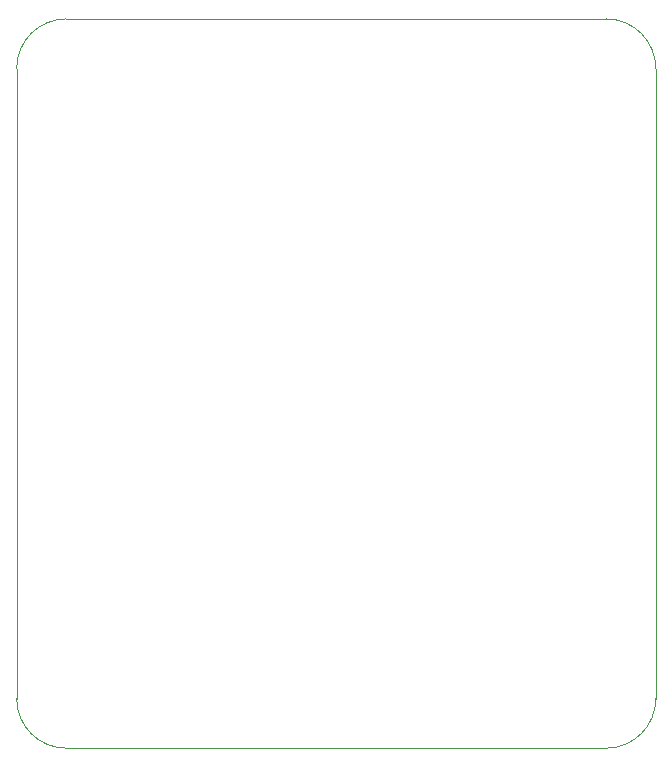
<source format=gbr>
%TF.GenerationSoftware,KiCad,Pcbnew,6.0.11-2627ca5db0~126~ubuntu20.04.1*%
%TF.CreationDate,2023-02-28T18:41:24+07:00*%
%TF.ProjectId,CY7C68013A-100,43593743-3638-4303-9133-412d3130302e,rev?*%
%TF.SameCoordinates,Original*%
%TF.FileFunction,Profile,NP*%
%FSLAX46Y46*%
G04 Gerber Fmt 4.6, Leading zero omitted, Abs format (unit mm)*
G04 Created by KiCad (PCBNEW 6.0.11-2627ca5db0~126~ubuntu20.04.1) date 2023-02-28 18:41:24*
%MOMM*%
%LPD*%
G01*
G04 APERTURE LIST*
%TA.AperFunction,Profile*%
%ADD10C,0.100000*%
%TD*%
G04 APERTURE END LIST*
D10*
X109180119Y-128468200D02*
G75*
G03*
X113380600Y-132668681I4200481J0D01*
G01*
X113380600Y-70927719D02*
G75*
G03*
X109180119Y-75128200I0J-4200481D01*
G01*
X163301081Y-75128200D02*
X163301081Y-128468200D01*
X109180119Y-128468200D02*
X109180119Y-75128200D01*
X113380600Y-70927719D02*
X159100600Y-70927719D01*
X163301081Y-75128200D02*
G75*
G03*
X159100600Y-70927719I-4200481J0D01*
G01*
X159100600Y-132668681D02*
X113380600Y-132668681D01*
X159100600Y-132668681D02*
G75*
G03*
X163301081Y-128468200I0J4200481D01*
G01*
M02*

</source>
